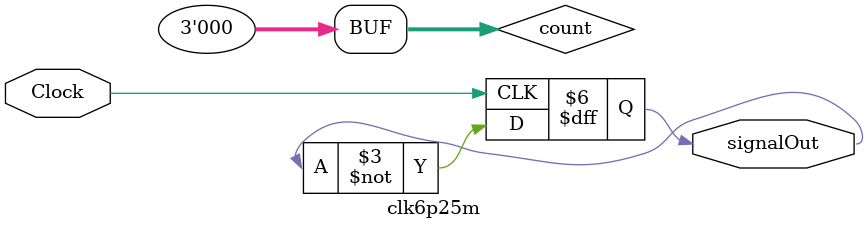
<source format=v>
`timescale 1ns / 1ps

    module clk6p25m(
        input Clock,
        output reg signalOut
        );
            reg [2:0]count;
        
        initial begin
            count  = {3{1'b0}};
            signalOut = 1'b0;
        end
        
        always @ ( posedge Clock) begin
            signalOut <= (count == 0? ~signalOut : signalOut);
        end
    endmodule


</source>
